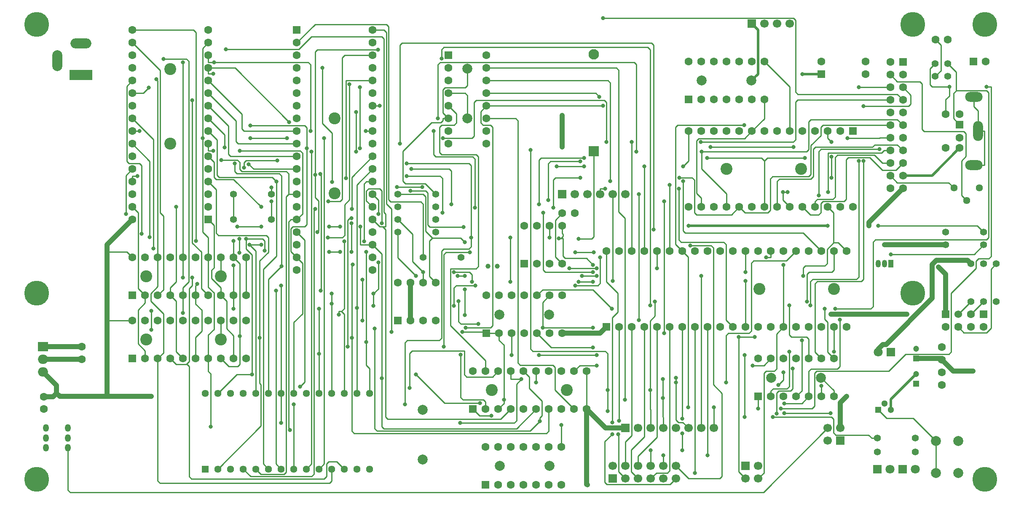
<source format=gbr>
%TF.GenerationSoftware,Novarm,DipTrace,4.3.0.5*%
%TF.CreationDate,2023-07-23T01:51:22+01:00*%
%FSLAX26Y26*%
%MOIN*%
%TF.FileFunction,Copper,L2,Bot*%
%TF.Part,Single*%
%TA.AperFunction,Conductor*%
%ADD13C,0.03937*%
%ADD14C,0.019685*%
%ADD15C,0.009843*%
%TA.AperFunction,ComponentPad*%
%ADD18C,0.055118*%
%ADD19C,0.055118*%
%ADD20R,0.062992X0.062992*%
%ADD21C,0.062992*%
%ADD22C,0.07874*%
%ADD23R,0.066929X0.066929*%
%ADD24C,0.066929*%
%ADD25C,0.094488*%
%ADD26R,0.051181X0.051181*%
%ADD27C,0.051181*%
%ADD28C,0.066929*%
%ADD29C,0.19685*%
%ADD30C,0.062992*%
%ADD31C,0.06*%
%ADD32R,0.047244X0.047244*%
%ADD33C,0.047244*%
%ADD34R,0.056693X0.056693*%
%ADD35C,0.056693*%
%ADD36O,0.137795X0.07874*%
%ADD37O,0.07874X0.15748*%
%ADD38R,0.181102X0.07874*%
%ADD39O,0.165354X0.07874*%
%ADD40O,0.07874X0.165354*%
%ADD41R,0.07874X0.075*%
%ADD42O,0.07874X0.075*%
%ADD43R,0.070866X0.070866*%
%ADD44C,0.070866*%
%ADD45R,0.041339X0.059055*%
%ADD46O,0.041339X0.059055*%
%ADD49O,0.047244X0.06*%
%ADD50C,0.056693*%
%ADD51R,0.082677X0.082677*%
%ADD52C,0.082677*%
%TA.AperFunction,ViaPad*%
%ADD53C,0.031496*%
%TA.AperFunction,ComponentPad*%
%ADD117C,0.03937*%
G75*
G01*
%LPD*%
X7250000Y2400000D2*
D13*
X7732677D1*
X7500000Y1500000D2*
X7693110D1*
X7700984Y1492126D1*
X7793110Y1400000D1*
X7950000D1*
X1450000Y1200000D2*
X1100000D1*
X725984D1*
X700000Y1225984D1*
Y1287402D1*
X593701Y1393701D1*
X6600000Y3750000D2*
D14*
X6725000D1*
X6750000Y3751575D1*
X7843701Y3166535D2*
X7625591Y2948425D1*
X7394094D1*
X5700000Y2550000D2*
X6800000D1*
X7125000D2*
D13*
Y2579331D1*
X7394094Y2848425D1*
X600000Y1198425D2*
X672441D1*
X700000Y1225984D1*
X1100000Y1200000D2*
Y2344296D1*
Y2400000D1*
X1300000Y2600000D1*
X6725000Y3750000D2*
D14*
X6726575Y3751575D1*
X6750000D1*
X3950000Y3793701D2*
D15*
Y3662012D1*
X3932283Y3644296D1*
X3773426D1*
X3755709Y3626579D1*
Y3444291D1*
X3800000Y3400000D1*
X7650000Y3734252D2*
X7695079Y3779331D1*
Y3980708D1*
X7650787Y4025000D1*
X1300000Y2300000D2*
X1255704Y2344296D1*
X1100000D1*
X2100000Y2600000D2*
Y2800000D1*
X1300000Y1800000D2*
X1100000D1*
D13*
Y2344296D1*
X3800000Y3400000D2*
D15*
X3755709D1*
Y3384847D1*
X3737992Y3367130D1*
X3665617D1*
X3440350Y3141863D1*
Y2903347D1*
X3458067Y2885630D1*
X3614370D1*
X3700000Y2800000D1*
X593701Y1593701D2*
D13*
X900000D1*
X790551Y794291D2*
D15*
Y459331D1*
X808268Y441615D1*
X6291615D1*
X6800000Y950000D1*
X5795472Y3213662D2*
X6526575D1*
X6544291Y3231378D1*
Y3530709D1*
X6562008Y3548425D1*
X7294094D1*
X2600000Y3300000D2*
X2182814D1*
X2165097Y3317717D1*
Y3434903D1*
X1900000Y3700000D1*
X2816634Y3244296D2*
Y667126D1*
X2775492Y625984D1*
X5250000Y3213662D2*
Y2350000D1*
X3756693Y3244296D2*
X3984449D1*
X4002165Y3262012D1*
Y3526579D1*
X4019882Y3544296D1*
X5032677D1*
X5050394Y3526579D1*
Y3213662D1*
X2575492Y1225984D2*
Y1786830D1*
X2644295Y1855634D1*
Y2255705D1*
X2600000Y2300000D1*
X3098244Y3649410D2*
Y3165945D1*
X2679728D2*
Y3326576D1*
X2662012Y3344292D1*
X2231693D1*
X2600000Y2300000D2*
X2552067Y2347933D1*
Y2526576D1*
X2569783Y2544292D1*
X2662012D1*
X2679728Y2562008D1*
Y3165945D1*
X2375492Y1225984D2*
Y2127256D1*
X2479732Y2231497D1*
X1300000Y3300000D2*
X1355118D1*
X2479732Y2231497D2*
Y2946257D1*
X2462016Y2963973D1*
X2125984D1*
X2108268Y2981689D1*
Y3044292D1*
X1900000Y2900000D2*
X1962008Y2837992D1*
Y2493902D1*
X1979724Y2476186D1*
X2357677D1*
X2375394Y2458469D1*
Y2342832D1*
X2305807Y2273245D1*
Y1664091D1*
Y1304276D1*
X2316634Y1293449D1*
Y967126D1*
X1975492Y625984D1*
X3034350Y1664091D2*
Y927564D1*
X3052067Y909847D1*
X4575985D1*
X4593701Y927562D1*
Y1100000D1*
X3043307Y2243308D2*
X3034350Y2234351D1*
Y1664091D1*
X3104035Y2544292D2*
Y2400000D1*
X3200000D1*
X2856693Y2544292D2*
X2943307D1*
X2128543D2*
X2318307D1*
X1248819Y2643308D2*
Y2948819D1*
X1300000Y3000000D1*
X3272838Y1345867D2*
Y962997D1*
X3290555Y945280D1*
X4338980D1*
X4493701Y1100000D1*
X3200000Y2400000D2*
X3272838Y2327162D1*
Y1345867D1*
X2346850Y2355709D2*
Y2429926D1*
X2329134Y2447642D1*
X2197441D1*
X4048823Y1146851D2*
X3770550D1*
X3542523Y1374878D1*
X2856693Y2344292D2*
X2943307D1*
X2244291Y1374878D2*
X2124385D1*
X1975492Y1225984D1*
X2197441Y2447642D2*
Y2367721D1*
X2244291Y2320871D1*
Y1374878D1*
X2038976Y3949410D2*
X2617130D1*
X2717130Y4049410D1*
X3272838D1*
X3290555Y4031693D1*
Y2657186D1*
X3301382Y2646359D1*
Y2544292D1*
X3278547D1*
X3301382Y2521457D1*
Y1037795D1*
X3319098Y1020079D1*
X4213779D1*
X4293701Y1100000D1*
X1429921Y3644292D2*
X1385630Y3600000D1*
X1300000D1*
X3278547Y2544292D2*
X3255708D1*
X3200000Y2600000D1*
X2600000Y3200000D2*
X2136815D1*
X2119098Y3217717D1*
Y3380902D1*
X1900000Y3600000D1*
X2716634Y3136812D2*
Y667126D1*
X2675492Y625984D1*
X5350000Y3020674D2*
Y2350000D1*
X3069701Y3452166D2*
Y3136812D1*
X4871149Y3020674D2*
X4656693D1*
X5656693D2*
X5700000Y3063980D1*
Y3300000D1*
X2600000Y3100000D2*
X2075670D1*
X2057953Y3117717D1*
Y3342047D1*
X1900000Y3500000D1*
X2575492Y1137993D2*
Y625984D1*
X3468894Y3044292D2*
X3962405D1*
X3980122Y3026575D1*
Y2457678D1*
X5450000Y2213784D2*
Y2350000D1*
X4755118Y2213784D2*
X4971149D1*
X3980122Y2457678D2*
Y2386615D1*
X3962405Y2368898D1*
X3762401D1*
X3744685Y2351182D1*
Y1661691D1*
X3726968Y1643974D1*
X3473824D1*
X3456106Y1626256D1*
Y1137993D1*
X2029409Y3172835D2*
Y3270591D1*
X1900000Y3400000D1*
X2600000Y3000000D2*
X2260166D1*
X2220685Y3039481D1*
X3918110Y2540355D2*
X3653547D1*
X3635831Y2558071D1*
Y2810827D1*
X3618114Y2828544D1*
X3497441D1*
X5550000Y2874804D2*
Y2350000D1*
X2434350Y2039768D2*
Y667126D1*
X2475492Y625984D1*
X2788090Y2039768D2*
X2791437Y2043115D1*
Y2955972D1*
X2785401Y2962008D1*
X2375492Y625984D2*
X2334350Y667126D1*
Y2207040D1*
X2440354Y2313044D1*
Y2900000D1*
X2404920Y2935434D1*
X1985236D1*
X1967520Y2953150D1*
Y3232480D1*
X1900000Y3300000D1*
X2000866Y3072835D2*
X2129922D1*
X2147638Y3055119D1*
Y2999409D1*
X2165354Y2981693D1*
X2516634D1*
X2534350Y2963977D1*
Y2800000D1*
X2516634Y2782284D1*
Y602560D1*
X2498917Y584843D1*
X2316634D1*
X2275492Y625984D1*
X1938976Y3144882D2*
X1900000D1*
Y3200000D1*
X2600000Y2800000D2*
X2534350D1*
X2318307Y2700000D2*
X2100590Y2917717D1*
X1962008D1*
X1944291Y2935434D1*
Y3055709D1*
X1900000Y3100000D1*
X2745177Y2683662D2*
X2734350Y2672835D1*
Y584842D1*
X2716634Y567126D1*
X2234351D1*
X2175492Y625984D1*
X2147638Y3144292D2*
X2626578D1*
X2644295Y3126575D1*
Y2644295D1*
X2600000Y2600000D1*
X2552071D1*
X2534350Y2582280D1*
Y945276D1*
X2545177Y934449D1*
X3242594Y3944296D2*
X2762894D1*
X2745177Y3926579D1*
Y2955709D1*
X2447248Y3068024D2*
X2199031D1*
X2181315Y3050308D1*
Y3010237D1*
X2600000Y2500000D2*
X2662012Y2437988D1*
Y1313382D1*
X2626583Y1277953D1*
X2745177Y2955709D2*
Y2775083D1*
X2773720Y2746540D1*
Y2511897D1*
X2762894Y2501071D1*
X3017126Y3671453D2*
Y2759059D1*
X2977756Y2719689D1*
Y2474804D1*
X2960039Y2457087D1*
X2845177D1*
X2318307Y2400000D2*
X2225984D1*
X1436811Y2460634D2*
Y3063189D1*
X1300000Y3200000D1*
X2225984Y2400000D2*
X2275492Y2350492D1*
Y1225984D1*
X6299803Y3850394D2*
X6500000Y3650197D1*
Y3300000D1*
X7200000Y2550000D2*
X7982677D1*
X8032677Y2500000D1*
X4993307Y3572839D2*
X4966146Y3600000D1*
X4100000D1*
X6528543Y3175989D2*
X5871457D1*
X6829630Y3099607D2*
Y2932091D1*
Y3213780D2*
X6800000Y3243410D1*
Y3300000D1*
X1400000Y1500000D2*
Y1562012D1*
X1344291Y1617721D1*
Y1886303D1*
X1400000Y1942011D1*
Y2000000D1*
X1344291Y2055709D1*
Y2655709D1*
X1300000Y2700000D1*
X1644291Y2699997D2*
Y2106992D1*
X1600000Y2062700D1*
Y2000000D1*
X1644291Y1955709D1*
Y1555709D1*
X1700000Y1500000D1*
X1800000D2*
Y1667315D1*
X1849409Y1716725D1*
Y1883466D1*
X1800000Y1932875D1*
Y2000000D1*
Y2078350D1*
X1812205Y2090556D1*
X2100000Y1500000D2*
Y1682185D1*
X2044291Y1737894D1*
Y1955709D1*
X2000000Y2000000D1*
Y2062013D1*
X1926579Y2135434D1*
Y2201182D1*
X1944291Y2218894D1*
Y2555709D1*
X1900000Y2600000D1*
X5194291Y1176182D2*
Y2612796D1*
X5146264Y2660823D1*
Y3782284D1*
X5128548Y3800000D1*
X4100000D1*
X4693701Y800000D2*
X4693697Y973819D1*
X4137996Y1048626D2*
X4045075D1*
X3993701Y1100000D1*
X5305118Y2800000D2*
Y1805119D1*
X6000000Y2700000D2*
Y2806299D1*
X5803547Y3002752D1*
Y3136619D1*
X2539768Y3372835D2*
X2112603Y3800000D1*
X1900000D1*
X3716342Y3399997D2*
Y3828150D1*
X3734059Y3845867D1*
X5269205D1*
X5286921Y3828151D1*
Y3136619D1*
X1500000Y1500000D2*
Y531693D1*
X1517716Y513977D1*
X2857776D1*
X2875492Y531692D1*
Y625984D1*
X1500000Y2300000D2*
Y2072149D1*
X1444291Y2016441D1*
Y1956500D1*
X1544291Y1856500D1*
Y1544291D1*
X1500000Y1500000D1*
X1489173Y3712796D2*
X1500000Y3701969D1*
Y2300000D1*
X5803547Y3136619D2*
X6631693D1*
X6649409Y3154335D1*
Y3375000D1*
X6667126Y3392717D1*
X7349803D1*
X7394094Y3348425D1*
X1900000Y3800000D2*
Y3755119D1*
X1938976D1*
X1600000Y1500000D2*
X1644291Y1455709D1*
X1726575D1*
X1731693D1*
X1749409Y1437993D1*
Y567127D1*
X1767126Y549410D1*
X2816634D1*
X2834350Y567126D1*
Y667126D1*
X2852067Y684843D1*
X2916634D1*
X2975492Y625984D1*
X5626799Y2931890D2*
X5726575D1*
X5744291Y2914174D1*
Y2655714D1*
X5762008Y2637997D1*
X6037997D1*
X6100000Y2700000D1*
X1700000Y2140752D2*
Y2300000D1*
X2708272Y3300000D2*
Y3826575D1*
X2690555Y3844292D1*
X1947244D1*
X3200000Y3300000D2*
X3144882D1*
X4008665Y2694292D2*
Y3079725D1*
X3990949Y3097441D1*
X3699607D1*
X3681890Y3115158D1*
Y3299997D1*
X4843307Y2931890D2*
X4645869D1*
X4628153Y2914174D1*
Y2694292D1*
X1772835Y2140752D2*
Y2078848D1*
X1749409Y2055422D1*
Y1478543D1*
X1726575Y1455709D1*
X6100000Y2700000D2*
X6144291Y2655709D1*
X6326574D1*
X6344291Y2673426D1*
Y2922240D1*
X6362008Y2939957D1*
X6649409D1*
X6667126Y2957674D1*
Y3188068D1*
X6744291Y3265233D1*
Y3330709D1*
X6762008Y3348425D1*
X7294094D1*
X1700000Y2300000D2*
Y3844292D1*
X1947244D2*
X1900000D1*
Y3900000D1*
Y4000000D2*
X1855709Y3955709D1*
Y3244292D1*
X6728543Y2790556D2*
Y3138976D1*
X6746260Y3156693D1*
X7208464D1*
X5422835Y2519882D2*
Y3981378D1*
X5405118Y3999095D1*
X3433469D1*
X3415752Y3981378D1*
Y3199997D1*
X2522051Y3244292D2*
X2231693D1*
X1900000Y1500000D2*
Y1399500D1*
X1918799Y1380701D1*
Y962993D1*
X1900000Y2300000D2*
Y2066441D1*
X1944291Y2022150D1*
Y1732185D1*
X1900000Y1687893D1*
Y1500000D1*
X1855709Y3244292D2*
Y2501957D1*
X1900000Y2457666D1*
Y2300000D1*
X2100000Y2432020D2*
Y2300000D1*
X3148327Y2343308D2*
Y1632284D1*
X6300000Y2700000D2*
Y3065751D1*
X6322831Y3088583D1*
X6619094D1*
X6956693Y3244882D2*
X7207479D1*
X7211023Y3248425D1*
X7294094D1*
X1801378Y2432020D2*
Y4082283D1*
X1783661Y4100000D1*
X1300000D1*
X3822945Y2722835D2*
Y2983665D1*
X3805228Y3001382D1*
X3506693D1*
X4871850Y3088583D2*
X4532852D1*
X4515138Y3070869D1*
Y2722835D1*
X6300000Y3065751D2*
X6277169Y3088583D1*
X5844291D1*
X3032579Y2572835D2*
Y2343308D1*
X3200000Y3100000D2*
X3034846Y2934846D1*
Y2683662D1*
X2149409Y1678544D2*
Y1455709D1*
X2131693Y1437993D1*
X2062007D1*
X2000000Y1500000D1*
X2100000Y2300000D2*
X2149409Y2250591D1*
Y1678544D1*
X3148327Y1632284D2*
Y1447681D1*
X3175492Y1420516D1*
Y1225984D1*
X6400000Y2700000D2*
Y2904524D1*
X6417716Y2922241D1*
X6667126D1*
X6684842Y2939957D1*
Y3156693D1*
X6702559Y3174410D1*
X7153051D1*
X7171358Y3192717D1*
X7349803D1*
X7394094Y3148425D1*
X1500000Y2000000D2*
X1544291Y2044291D1*
Y2629418D1*
X1517716Y2655993D1*
Y3782284D1*
X1300000Y4000000D1*
X3200000Y3000000D2*
X3075492Y2875492D1*
Y1901772D1*
X3751181Y2654926D2*
Y2927414D1*
X3733465Y2945130D1*
X3468897D1*
X4943307Y2184056D2*
X4567125D1*
X4549409Y2201772D1*
Y2654926D1*
X6150000Y2350000D2*
Y2184056D1*
X3075492Y1901772D2*
Y1225984D1*
X1700000Y1860241D2*
Y2000000D1*
X2975492Y2428544D2*
Y1896064D1*
X2952657Y1873229D1*
X2975492Y1850394D1*
Y1225984D1*
X3200000Y2900000D2*
X3150300D1*
X3132579Y2882280D1*
Y2428544D1*
X6801086Y2819099D2*
Y3128150D1*
X7226870D1*
X7247146Y3148425D1*
X7294094D1*
X6500000Y2700000D2*
X6444291Y2755709D1*
Y2819099D1*
X3593307Y2857087D2*
X3393925D1*
X4843307Y3060040D2*
X4605796D1*
X4588079Y3042323D1*
Y2753745D1*
X2952657Y1873229D2*
X2932579D1*
Y1849414D1*
X1700000Y2000000D2*
Y2062705D1*
X1744291Y2106997D1*
Y3855119D1*
X1726575Y3872835D1*
X1546260D1*
X6444291Y2819099D2*
X6483661D1*
X6600000Y2700000D2*
X6662007Y2637993D1*
X6726575D1*
X6744291Y2655709D1*
Y2726579D1*
X6762008Y2744296D1*
X6927854D1*
X6945570Y2762012D1*
Y3075000D1*
X6963287Y3092717D1*
X7131106D1*
X7231106Y2992717D1*
X7338386D1*
X7394094Y3048425D1*
X2875492Y2013441D2*
Y1935044D1*
X3244295Y2261024D2*
Y2052811D1*
X3204925Y2013441D1*
X4012464Y2079733D2*
X3861028D1*
X3843311Y2062016D1*
Y1916989D1*
X4999693Y2302280D2*
Y2097450D1*
X4981976Y2079733D1*
X4801008D1*
X6350000Y2350000D2*
Y2302280D1*
X6311023D1*
X1900000Y2000000D2*
X1844291Y2055709D1*
Y2344296D1*
X1772835Y2415752D1*
Y3544292D1*
X3244295Y2644292D2*
Y2755705D1*
X3200000Y2800000D1*
X2875492Y1935044D2*
Y1225984D1*
X3204925Y2013441D2*
Y1916989D1*
X6700000Y2700000D2*
Y2744295D1*
X6717716Y2762012D1*
X6840456D1*
X6858173Y2779729D1*
Y3092717D1*
X6875890Y3110434D1*
X7170571D1*
X7232579Y3048425D1*
X7294094D1*
X1372835Y2489178D2*
Y3026575D1*
X1355118Y3044292D1*
X1273425D1*
X1255709Y3062008D1*
Y3655709D1*
X1300000Y3700000D1*
X2144291Y2338977D2*
Y2447642D1*
X2100000Y1895678D2*
Y2000000D1*
X3004035Y1594347D2*
Y2596457D1*
X3019783Y2612205D1*
X3032579D1*
X3272838Y2572835D2*
Y2826576D1*
X3255122Y2844292D1*
X3168012D1*
X3150295Y2826575D1*
Y2749705D1*
X3200000Y2700000D1*
X2775492Y1895678D2*
Y1537260D1*
X4801008Y2340355D2*
X4950197D1*
X3762401Y1594347D2*
Y2322638D1*
X3780118Y2340355D1*
X3969295D1*
X2100000Y2000000D2*
Y2238583D1*
X2775492Y1537260D2*
Y1225984D1*
X4700000Y3425000D2*
D13*
Y3175000D1*
X6200000Y4150000D2*
D14*
X6249016Y4100984D1*
Y3752165D1*
X6196850Y3700000D1*
X7732677Y1850000D2*
D13*
Y2167323D1*
X7675000Y2225000D1*
X4700000Y1700000D2*
X5000000D1*
X5050000Y1750000D1*
X5200000Y950000D2*
X5043701D1*
X4893701Y1100000D1*
X3500394Y1800394D2*
Y2100394D1*
X7500000Y1378740D2*
D14*
X7300000Y1178740D1*
Y1093701D1*
X6900000Y950000D2*
D13*
Y1150000D1*
X6950000Y1200000D1*
X900000Y1495276D2*
X595276D1*
X593701Y1493701D1*
X7425000Y1850000D2*
X6825000D1*
X4893701Y1100000D2*
Y506299D1*
X4900000Y500000D1*
X6299803Y3550394D2*
D15*
Y3399803D1*
X6200000Y3300000D1*
X3950000Y3400000D2*
Y3582284D1*
X3932284Y3600000D1*
X3800000D1*
X6850000Y1200000D2*
Y1246654D1*
X6747047Y1349606D1*
X4700000Y2650000D2*
X4644291Y2594291D1*
Y2305709D1*
X4700000Y2250000D1*
X3119783Y2125000D2*
Y1800394D1*
X2000000Y1650000D2*
Y1800000D1*
Y2150000D2*
Y2250591D1*
Y2300000D1*
X4893701Y1100000D2*
Y1400000D1*
X2200000Y2000000D2*
Y2300000D1*
X6200000Y3300000D2*
X6142205Y3242205D1*
X5779724D1*
X5762008Y3224489D1*
Y2807901D1*
X5800000Y2769909D1*
Y2700000D1*
X3600394Y2100394D2*
Y2184056D1*
X6222835Y1671851D2*
X6094291D1*
X3844008Y2184056D2*
X3966905D1*
X3984622Y2166339D1*
Y2109371D1*
X4600000Y2457678D2*
Y2550000D1*
X4289964Y2109371D2*
Y2457678D1*
X4828850Y2109371D2*
X4943307D1*
X3600394Y2184056D2*
X3515161Y2269289D1*
Y2484839D1*
X3400000Y2600000D1*
X6094291Y1671851D2*
Y605709D1*
X6150000Y550000D1*
X4943307Y2242327D2*
X4891338Y2294296D1*
X4723905D1*
X4706189Y2312012D1*
Y2450796D1*
X4690441D1*
X4706189Y2466544D1*
Y2484898D1*
X4700000Y2491087D1*
Y2550000D1*
X6450000Y2242327D2*
Y1750000D1*
X3700394Y2100394D2*
X3649693Y2151094D1*
Y2431497D1*
X3672528Y2454331D1*
X3618114Y2508745D1*
Y2782283D1*
X3600397Y2800000D1*
X3400000D1*
X3672528Y2454331D2*
X3896851D1*
X3928937Y2422245D1*
X4672835Y2450796D2*
X4690441D1*
X6450000Y1750000D2*
X6394295Y1694295D1*
Y1419492D1*
X6376579Y1401776D1*
X6313980D1*
X6296264Y1384060D1*
Y596264D1*
X6250000Y550000D1*
X4093701Y1400000D2*
Y1483426D1*
X3814768Y1762359D1*
Y2212599D1*
X4019493D1*
X4037209Y2230315D1*
Y3097441D1*
X4019492Y3115158D1*
X3745866D1*
X3728149Y3132875D1*
Y3331697D1*
X3745866Y3349414D1*
X3844292D1*
X3862008Y3367130D1*
Y3437992D1*
X3800000Y3500000D1*
X5021850Y4196260D2*
X6528544D1*
X6546260Y4178544D1*
Y3610433D1*
X6563976Y3592717D1*
X7349803D1*
X7394094Y3548425D1*
X3936980Y1744296D2*
X4131693D1*
X4149409Y1762012D1*
Y3331698D1*
X4131693Y3349414D1*
X4073425D1*
X4055709Y3367130D1*
Y3455709D1*
X4100000Y3500000D1*
X3897047Y1531827D2*
Y1193111D1*
X3914764Y1175394D1*
X4075985D1*
X4093701Y1157678D1*
Y1100000D1*
X4100000Y3500000D2*
X5021850D1*
X5505118Y2743308D2*
Y1700394D1*
X5622835Y2846260D2*
Y2440551D1*
X5640551Y2422835D1*
X5976575D1*
X5994291Y2405119D1*
Y1805709D1*
X6050000Y1750000D1*
X5040370Y2846260D2*
X5000000D1*
Y2800000D1*
X4950000Y3141808D2*
Y2464267D1*
X4932284Y2446552D1*
X4829551D1*
X2988583Y2926575D2*
Y3700000D1*
X3200000D1*
X2400000Y2855119D2*
Y2800000D1*
X3600394Y2300000D2*
Y2722638D1*
X3582677Y2740355D1*
X3343704D1*
X3325988Y2758071D1*
Y4126576D1*
X3308272Y4144292D1*
X2744292D1*
X2600000Y4000000D1*
X2849890Y2744292D2*
X2942323D1*
X2960039Y2762008D1*
Y3882283D1*
X2977757Y3900000D1*
X3200000D1*
X2400000Y2744292D2*
Y2600000D1*
X7200000Y1550000D2*
D13*
Y1575984D1*
X7237008Y1612992D1*
X7262992D1*
X7627165Y1977165D1*
Y2245160D1*
X7659564Y2277559D1*
X7905118D1*
X7932677Y2250000D1*
X7294094Y2948425D2*
D15*
X7349803Y2892717D1*
X7757283D1*
X7800000Y2850000D1*
X7294094Y3748425D2*
X7349803Y3692717D1*
X7527480D1*
X7545198Y3674999D1*
Y3316340D1*
X7562915Y3298623D1*
X7875397D1*
X7893114Y3280906D1*
Y3100001D1*
X7858858Y3065745D1*
Y2791142D1*
X7900000Y2750000D1*
X5850000Y735630D2*
Y1750000D1*
X5500000Y735630D2*
Y650000D1*
X5094291Y993308D2*
Y1824410D1*
X5139567Y1869686D1*
Y2017229D1*
X5050000Y2106796D1*
Y2350000D1*
X5094291Y902363D2*
X5036023Y844095D1*
Y521454D1*
X5053740Y503737D1*
X5553737D1*
X5600000Y550000D1*
X5711023Y2394292D2*
X5876574D1*
X5894291Y2376575D1*
Y1294874D1*
X5963976Y1225189D1*
Y567716D1*
X5946260Y550000D1*
X5700000D1*
X5600000Y650000D1*
X5150000Y1007087D2*
Y1750000D1*
X5142909Y902363D2*
X5146260Y899012D1*
Y603740D1*
X5200000Y550000D1*
X5250000Y1750000D2*
Y890566D1*
X5200000Y840566D1*
Y650000D1*
X5350000Y1750000D2*
Y882003D1*
X5246260Y778264D1*
Y603740D1*
X5300000Y550000D1*
X5450000Y1750000D2*
Y878543D1*
X5300000Y728543D1*
Y650000D1*
X5550000Y1750000D2*
Y613976D1*
X5532283Y596260D1*
X5446260D1*
X5400000Y550000D1*
X5650000Y1024804D2*
Y1750000D1*
Y775000D2*
Y909630D1*
X5400000Y775000D2*
Y650000D1*
X5750000Y596260D2*
Y1750000D1*
X7733465Y3434252D2*
Y3550712D1*
X7762012Y3579260D1*
Y3650788D1*
X6428063Y1105516D2*
X6676578D1*
X6694295Y1123233D1*
Y1384059D1*
X6712012Y1401776D1*
X7280905D1*
X7415547Y1536418D1*
X7759252D1*
X7776968Y1554134D1*
Y2019095D1*
X7973031Y2215158D1*
Y2272638D1*
X7990748Y2290355D1*
X8073032D1*
X8090748Y2308071D1*
Y3650788D1*
X8056693D1*
X6250000Y1200000D2*
Y1105516D1*
X7762012Y3650788D2*
X7627362D1*
X7609646Y3668504D1*
Y3793898D1*
X7650000Y3834252D1*
X7300000Y2325000D2*
X7957677D1*
X8032677Y2400000D1*
X4300000Y1700000D2*
X4300004Y1526969D1*
X4971850D2*
X4515748D1*
X6366453Y1037607D2*
X6828543D1*
X6846260Y1019890D1*
Y913976D1*
X6863976Y896260D1*
X7123327D1*
X7147933Y871654D1*
X7193701D1*
X6143468Y1526969D2*
Y1037607D1*
X3928937Y2049414D2*
Y1844686D1*
X4037008Y1774808D2*
X3897613D1*
X3879897Y1792524D1*
Y1956359D1*
X5093307Y1893308D2*
X4942319Y2044296D1*
X4544296D1*
X4500000Y2000000D1*
X6774803Y1893308D2*
Y1811713D1*
X6799409Y1787107D1*
Y1550591D1*
X6850000Y1500000D1*
X4943307Y1746264D2*
X4544882D1*
X6594295Y1643308D2*
Y1244295D1*
X6550000Y1200000D1*
X4544882Y1746264D2*
Y1944882D1*
X4600000Y2000000D1*
X4943307Y1587993D2*
X4612007D1*
X4500000Y1700000D1*
X6449413Y1392914D2*
Y1329930D1*
X6410039Y1290556D1*
X6750000Y1200000D2*
Y1285630D1*
X6206693Y1444296D2*
X6294296D1*
X6350000Y1500000D1*
X4971850Y1444296D2*
X4837996D1*
X4793701Y1400000D1*
X7832677Y1750000D2*
X7876969Y1705709D1*
X8055709D1*
X8092323Y1742323D1*
Y2209646D1*
X8132677Y2250000D1*
X8032677Y1950000D2*
X7932677Y1850000D1*
Y1950000D2*
X7832677Y1850000D1*
X5394291Y1921851D2*
Y3945946D1*
X5376575Y3963662D1*
X3762599D1*
X3744882Y3945945D1*
Y3874410D1*
X6494291Y1921851D2*
Y1689568D1*
X6512008Y1671851D1*
X6632283D1*
X6650000Y1654134D1*
Y1500000D1*
X6850000Y1556107D2*
Y1750000D1*
X6494295Y1556107D2*
Y1279728D1*
X6476579Y1262012D1*
X6367716D1*
X6350000Y1244295D1*
Y1200000D1*
X7750000Y3834252D2*
X7817130Y3767122D1*
Y3622245D1*
X7794295Y3599410D1*
Y3400980D1*
X7843701Y3351575D1*
X7817130Y3622245D2*
X8055314D1*
X8073031Y3604528D1*
Y2458071D1*
X8055315Y2440355D1*
X7175197D1*
X7157480Y2422638D1*
Y1911024D1*
X7139764Y1893308D1*
X6857480D1*
X3493252Y1267126D2*
Y1542655D1*
X3510968Y1560371D1*
X3925590D1*
Y1373426D1*
X3943307Y1355709D1*
X4149409D1*
X4193701Y1400000D1*
X5433661Y1950394D2*
Y1838674D1*
X5394295Y1799308D1*
Y1250985D1*
X5058157Y1085827D2*
Y1250985D1*
X3200000Y3500000D2*
X3255122D1*
X6850000Y2350000D2*
Y2202815D1*
X6832283Y2185099D1*
X6652953D1*
X6635236Y2167382D1*
Y1950394D1*
X5394295Y1250985D2*
Y1101091D1*
X5400000Y1095386D1*
Y950000D1*
X5058157Y1250985D2*
Y1541733D1*
X5040441Y1559449D1*
X4467130D1*
X4449413Y1577166D1*
Y3150595D1*
X6150000Y2116146D2*
Y1750000D1*
X5100000Y2800000D2*
Y2116146D1*
X4793701Y1100000D2*
X4643114Y1250587D1*
Y1431697D1*
X4625397Y1449414D1*
X4367129D1*
X4349413Y1467130D1*
Y3382284D1*
X4331697Y3400000D1*
X4100000D1*
X7955906Y3570079D2*
Y3494292D1*
X7987402Y3462796D1*
Y3300394D1*
X8039571D1*
Y3030709D1*
X7955906D1*
X5078937Y2903347D2*
Y3682284D1*
X5061221Y3700000D1*
X4100000D1*
X5654642Y2903347D2*
Y2513183D1*
X5672358Y2495467D1*
X6604533D1*
X6750000Y2350000D1*
X6950000D2*
X6882874Y2417126D1*
X6846260D1*
Y2653740D1*
X6800000Y2700000D1*
X2803390Y3800000D2*
Y3359898D1*
X2878697Y3284591D1*
Y2898032D1*
X6846260Y2417126D2*
X6794291Y2365157D1*
Y2252536D1*
X6776575Y2234820D1*
X6623429D1*
X6605712Y2217103D1*
Y2155512D1*
X5800000Y950000D2*
Y2155512D1*
X4856693D2*
X4971149D1*
X3871850D2*
X3928937D1*
X3400394Y2500000D2*
Y2298819D1*
X3543701Y2155512D1*
X6894295Y1806693D2*
Y1437209D1*
X6876579Y1419493D1*
X6667720D1*
X6650000Y1401772D1*
Y1200000D1*
X3891338Y991536D2*
X4320280D1*
X4337996Y1009252D1*
Y1299213D1*
X4377366Y1338583D1*
X5495079D2*
Y1189174D1*
X2475492Y991536D2*
Y1225984D1*
X1465354Y2372839D2*
Y3234646D1*
X1300000Y3400000D1*
X7044291Y3064174D2*
Y2145472D1*
X7026575Y2127756D1*
X6681495D1*
X6663779Y2110040D1*
Y1921851D1*
X7044291Y3648426D2*
X7294094Y3648425D1*
X6650000Y1200000D2*
X6594882Y1144882D1*
X6455905D1*
X4377366Y1338583D2*
X4293701D1*
Y1400000D1*
X5495079Y1189174D2*
Y1039271D1*
X5500000Y1034350D1*
Y950000D1*
X2475492Y1225984D2*
Y2079134D1*
X3347642Y1710040D2*
Y2685237D1*
X3308272Y2724607D1*
Y4082283D1*
X3290555Y4100000D1*
X3200000D1*
X7655118Y593701D2*
Y849606D1*
X6138976Y3349414D2*
X5612008D1*
X5594291Y3331697D1*
Y2405709D1*
X5650000Y2350000D1*
X3908437Y1710040D2*
X4089960D1*
X4100000Y1700000D1*
X6455905Y1068308D2*
X6821181D1*
X5900000Y950000D2*
Y1116339D1*
X7655118Y849606D2*
X7475697Y1029028D1*
X7264673D1*
X7200000Y1093701D1*
X5650000Y2350000D2*
X5694291Y2305709D1*
Y1116339D1*
X4237996Y1175394D2*
Y1144295D1*
X4193701Y1100000D1*
X4200000Y1700000D2*
Y1646166D1*
X4237996Y1608170D1*
Y1175394D1*
X4100000Y1700000D2*
X4200000D1*
X3216634Y1738583D2*
Y945279D1*
X3234350Y927563D1*
X4445677D1*
X4522248Y1004134D1*
X6394295Y1066150D2*
Y1226579D1*
X6412012Y1244296D1*
X6505122D1*
X6522838Y1262012D1*
Y1421457D1*
X6750000Y1500000D2*
X6699409Y1550591D1*
Y2092323D1*
X6717126Y2110040D1*
X7065945D1*
X7083661Y2127756D1*
Y3064174D1*
Y3497835D2*
X7438389D1*
X7456106Y3515552D1*
Y3586414D1*
X7394094Y3648425D1*
X1449409Y1877957D2*
Y1727756D1*
X1338976Y2944292D2*
X1300000D1*
Y2900000D1*
X4522248Y1004134D2*
Y1032678D1*
X4537996Y1048426D1*
Y1165736D1*
X4437996Y1265736D1*
Y1355705D1*
X4393701Y1400000D1*
X5600000Y1349410D2*
Y1310040D1*
X4493701Y1400000D2*
X4493705Y1310040D1*
X6550000Y2350000D2*
X6473737Y2273737D1*
X6212008D1*
X6194291Y2256020D1*
Y1718110D1*
X6176575Y1700394D1*
X6012007D1*
X5994291Y1682678D1*
Y1310040D1*
X5600000D2*
Y1013976D1*
X5617716Y996260D1*
X5653740D1*
X5700000Y950000D1*
D53*
X6825000Y1850000D3*
X4900000Y500000D3*
X4700000Y3425000D3*
X7425000Y1850000D3*
X6950000Y1200000D3*
X7675000Y2225000D3*
X4700000Y3175000D3*
X1450000Y1200000D3*
X5700000Y2550000D3*
X6600000Y3750000D3*
X6800000Y2550000D3*
X7125000D3*
X7200000D3*
X7950000Y1400000D3*
X7250000Y2400000D3*
X7300000Y2325000D3*
X5250000Y3213662D3*
X5050394D3*
X3756693Y3244296D3*
X5795472Y3213662D3*
X2816634Y3244296D3*
X3098244Y3165945D3*
Y3649410D3*
X2231693Y3344292D3*
X2679728Y3165945D3*
X2108268Y3044292D3*
X1355118Y3300000D3*
X2479732Y2231497D3*
X2305807Y1664091D3*
X3034350D3*
X3043307Y2243308D3*
X3272838Y1345867D3*
X3104035Y2544292D3*
X2943307D3*
X2856693D3*
X2318307D3*
X2128543D3*
X1248819Y2643308D3*
X3542523Y1374878D3*
X4048823Y1146851D3*
X2943307Y2344292D3*
X2856693D3*
X2346850Y2355709D3*
X2244291Y1374878D3*
X2197441Y2447642D3*
X2038976Y3949410D3*
X1429921Y3644292D3*
X3069701Y3136812D3*
Y3452166D3*
X4656693Y3020674D3*
X4871149D3*
X5656693D3*
X5350000D3*
X2716634Y3136812D3*
X2575492Y1137993D3*
X3456106D3*
X5450000Y2213784D3*
X4971149D3*
X4755118D3*
X3980122Y2457678D3*
X3468894Y3044292D3*
X2029409Y3172835D3*
X2220685Y3039481D3*
X3497441Y2828544D3*
X3918110Y2540355D3*
X5550000Y2874804D3*
X2785401Y2962008D3*
X2788090Y2039768D3*
X2434350D3*
X2440354Y2900000D3*
X2000866Y3072835D3*
X1938976Y3144882D3*
X2318307Y2700000D3*
X2745177Y2683662D3*
X2545177Y934449D3*
X2147638Y3144292D3*
X2762894Y2501071D3*
X2181315Y3010237D3*
X2447248Y3068024D3*
X2745177Y2955709D3*
X2626583Y1277953D3*
X3242594Y3944296D3*
X2845177Y2457087D3*
X3017126Y3671453D3*
X2225984Y2400000D3*
X1436811Y2460634D3*
X2318307Y2400000D3*
X4993307Y3572839D3*
X5871457Y3175989D3*
X6528543D3*
X6829630Y2932091D3*
Y3099607D3*
Y3213780D3*
X1644291Y2699997D3*
X1812205Y2090556D3*
X5194291Y1176182D3*
X4693697Y973819D3*
X4137996Y1048626D3*
X5305118Y1805119D3*
Y2800000D3*
X1489173Y3712796D3*
X1938976Y3755119D3*
X2539768Y3372835D3*
X3716342Y3399997D3*
X5286921Y3136619D3*
X5803547D3*
X1700000Y3844292D3*
X1947244D3*
X2708272Y3300000D3*
X3144882D3*
X3681890Y3299997D3*
X4008665Y2694292D3*
X4628153D3*
X4843307Y2931890D3*
X5626799D3*
X1772835Y2140752D3*
X1700000D3*
X1918799Y962993D3*
X7208464Y3156693D3*
X6728543Y2790556D3*
X3415752Y3199997D3*
X5422835Y2519882D3*
X2231693Y3244292D3*
X2522051D3*
X1855709D3*
X3148327Y1632284D3*
X6619094Y3088583D3*
X6956693Y3244882D3*
X1801378Y2432020D3*
X2100000D3*
X3506693Y3001382D3*
X3822945Y2722835D3*
X4515138D3*
X4871850Y3088583D3*
X5844291D3*
X3148327Y2343308D3*
X3032579D3*
Y2572835D3*
X3034846Y2683662D3*
X2149409Y1678544D3*
X3075492Y1901772D3*
X3468897Y2945130D3*
X3751181Y2654926D3*
X4549409D3*
X4943307Y2184056D3*
X6150000D3*
X1546260Y3872835D3*
X3132579Y2428544D3*
X2975492D3*
X6801086Y2819099D3*
X6483661D3*
X6444291D3*
X3393925Y2857087D3*
X3593307D3*
X4588079Y2753745D3*
X4843307Y3060040D3*
X1700000Y1860241D3*
X2932579Y1849414D3*
X3204925Y1916989D3*
X3843311D3*
X4012464Y2079733D3*
X4801008D3*
X4999693Y2302280D3*
X6311023D3*
X1772835Y3544292D3*
X3244295Y2261024D3*
Y2644292D3*
X2875492Y2013441D3*
X3204925D3*
X2875492Y1935044D3*
X1372835Y2489178D3*
X2144291Y2447642D3*
Y2338977D3*
X2100000Y2238583D3*
X3032579Y2612205D3*
X3272838Y2572835D3*
X2775492Y1537260D3*
X4950197Y2340355D3*
X4801008D3*
X3969295D3*
X3762401Y1594347D3*
X2100000Y1895678D3*
X2775492D3*
X3004035Y1594347D3*
X3119783Y1800394D3*
Y2125000D3*
X3984622Y2109371D3*
X3844008Y2184056D3*
X3600394D3*
X4600000Y2457678D3*
X4289964D3*
X6222835Y1671851D3*
X4943307Y2109371D3*
X4828850D3*
X4289964D3*
X6094291Y1671851D3*
X3928937Y2422245D3*
X4672835Y2450796D3*
X4943307Y2242327D3*
X6450000D3*
X5021850Y4196260D3*
Y3500000D3*
X3897047Y1531827D3*
X3936980Y1744296D3*
X5505118Y1700394D3*
Y2743308D3*
X5622835Y2846260D3*
X5040370D3*
X4829551Y2446552D3*
X2988583Y2926575D3*
X2400000Y2855119D3*
X2849890Y2744292D3*
X2400000D3*
X5850000Y735630D3*
X5500000D3*
X5094291Y993308D3*
Y902363D3*
X5711023Y2394292D3*
X5150000Y1007087D3*
X5142909Y902363D3*
X5650000Y1024804D3*
Y909630D3*
Y775000D3*
X5400000D3*
X5750000Y596260D3*
X7762012Y3650788D3*
X8056693D3*
X6428063Y1105516D3*
X6250000D3*
X4300004Y1526969D3*
X4515748D3*
X4971850D3*
X6143468D3*
Y1037607D3*
X6366453D3*
X3928937Y1844686D3*
Y2049414D3*
X3879897Y1956359D3*
X4037008Y1774808D3*
X5093307Y1893308D3*
X6774803D3*
X4943307Y1746264D3*
X6594295Y1643308D3*
X4544882Y1746264D3*
X4943307Y1587993D3*
X6410039Y1290556D3*
X6449413Y1392914D3*
X6750000Y1285630D3*
X6206693Y1444296D3*
X4971850D3*
X3744882Y3874410D3*
X5394291Y1921851D3*
X6494291D3*
X6850000Y1556107D3*
X6494295D3*
X6857480Y1893308D3*
X3493252Y1267126D3*
X5058157Y1250985D3*
X5394295D3*
X5058157Y1085827D3*
X4449413Y3150595D3*
X3255122Y3500000D3*
X5433661Y1950394D3*
X6635236D3*
X6150000Y2116146D3*
X5100000D3*
X5078937Y2903347D3*
X5654642D3*
X2878697Y2898032D3*
X2803390Y3800000D3*
X6605712Y2155512D3*
X5800000D3*
X4971149D3*
X4856693D3*
X3928937D3*
X3871850D3*
X3543701D3*
X6455905Y1144882D3*
X2475492Y2079134D3*
X1465354Y2372839D3*
X6894295Y1806693D3*
X6663779Y1921851D3*
X7044291Y3064174D3*
Y3648426D3*
X2475492Y991536D3*
X3891338D3*
X5495079Y1338583D3*
X4377366D3*
X5495079Y1189174D3*
X4237996Y1175394D3*
X3908437Y1710040D3*
X6821181Y1068308D3*
X6455905D3*
X5900000Y1116339D3*
X3347642Y1710040D3*
X6138976Y3349414D3*
X5694291Y1116339D3*
X6522838Y1421457D3*
X6394295Y1066150D3*
X7083661Y3064174D3*
Y3497835D3*
X4522248Y1004134D3*
X3216634Y1738583D3*
X1449409Y1727756D3*
Y1877957D3*
X1338976Y2944292D3*
X4493705Y1310040D3*
X5600000Y1349410D3*
X5994291Y1310040D3*
X5600000D3*
D18*
X7932677Y2250000D3*
D19*
Y1950000D3*
D20*
X5699803Y3550394D3*
D21*
X5799803D3*
X5899803D3*
X5999803D3*
X6099803D3*
X6199803D3*
X6299803D3*
Y3850394D3*
X6199803D3*
X6099803D3*
X5999803D3*
X5899803D3*
X5799803D3*
X5699803D3*
D20*
X1900000Y2600000D3*
D21*
Y2700000D3*
Y2800000D3*
Y2900000D3*
Y3000000D3*
Y3100000D3*
Y3200000D3*
Y3300000D3*
Y3400000D3*
Y3500000D3*
Y3600000D3*
Y3700000D3*
Y3800000D3*
Y3900000D3*
Y4000000D3*
Y4100000D3*
X1300000D3*
Y4000000D3*
Y3900000D3*
Y3800000D3*
Y3700000D3*
Y3600000D3*
Y3500000D3*
Y3400000D3*
Y3300000D3*
Y3200000D3*
Y3100000D3*
Y3000000D3*
Y2900000D3*
Y2800000D3*
Y2700000D3*
Y2600000D3*
D18*
X3400000D3*
D19*
X3700000D3*
D20*
X5050000Y1750000D3*
D21*
X5150000D3*
X5250000D3*
X5350000D3*
X5450000D3*
X5550000D3*
X5650000D3*
X5750000D3*
X5850000D3*
X5950000D3*
X6050000D3*
X6150000D3*
X6250000D3*
X6350000D3*
X6450000D3*
X6550000D3*
X6650000D3*
X6750000D3*
X6850000D3*
X6950000D3*
Y2350000D3*
X6850000D3*
X6750000D3*
X6650000D3*
X6550000D3*
X6450000D3*
X6350000D3*
X6250000D3*
X6150000D3*
X6050000D3*
X5950000D3*
X5850000D3*
X5750000D3*
X5650000D3*
X5550000D3*
X5450000D3*
X5350000D3*
X5250000D3*
X5150000D3*
X5050000D3*
D22*
X7655118Y593701D3*
Y849606D3*
X7832283Y593701D3*
Y849606D3*
D23*
X6900000Y850000D3*
D24*
X6800000D3*
X6900000Y950000D3*
X6800000D3*
D25*
X2000000Y2150000D3*
X1409449D3*
D26*
X7200000Y1093701D3*
D27*
X7250000Y1143701D3*
X7300000Y1093701D3*
D22*
X3950000Y3400000D3*
Y3793701D3*
D23*
X5100000Y550000D3*
D24*
Y650000D3*
X5200000Y550000D3*
Y650000D3*
X5300000Y550000D3*
Y650000D3*
X5400000Y550000D3*
Y650000D3*
X5500000Y550000D3*
Y650000D3*
X5600000Y550000D3*
Y650000D3*
D23*
X4700000Y2800000D3*
D28*
X4800000D3*
X4900000D3*
X5000000D3*
X5100000D3*
X5200000D3*
D29*
X543701Y4143701D3*
Y2017717D3*
X7472835Y4143701D3*
Y2017717D3*
D20*
X7394094Y3848425D3*
D30*
X7294094D3*
X7394094Y3748425D3*
X7294094D3*
X7394094Y3648425D3*
X7294094D3*
X7394094Y3548425D3*
X7294094D3*
X7394094Y3448425D3*
X7294094D3*
X7394094Y3348425D3*
X7294094D3*
X7394094Y3248425D3*
X7294094D3*
X7394094Y3148425D3*
X7294094D3*
X7394094Y3048425D3*
X7294094D3*
X7394094Y2948425D3*
X7294094D3*
X7394094Y2848425D3*
X7294094D3*
D23*
X5200000Y950000D3*
D24*
X5300000D3*
X5400000D3*
X5500000D3*
X5600000D3*
X5700000D3*
X5800000D3*
X5900000D3*
D20*
X8032677Y1850000D3*
D30*
X7932677D3*
D31*
X7832677D3*
D20*
X7732677D3*
D30*
Y1750000D3*
X7832677D3*
X7932677D3*
X8032677D3*
X4700000Y2650000D3*
X4798425D3*
D20*
X2600000Y4100000D3*
D21*
Y4000000D3*
Y3900000D3*
Y3800000D3*
Y3700000D3*
Y3600000D3*
Y3500000D3*
Y3400000D3*
Y3300000D3*
Y3200000D3*
Y3100000D3*
Y3000000D3*
Y2900000D3*
Y2800000D3*
Y2700000D3*
Y2600000D3*
Y2500000D3*
Y2400000D3*
Y2300000D3*
Y2200000D3*
X3200000D3*
Y2300000D3*
Y2400000D3*
Y2500000D3*
Y2600000D3*
Y2700000D3*
Y2800000D3*
Y2900000D3*
Y3000000D3*
Y3100000D3*
Y3200000D3*
Y3300000D3*
Y3400000D3*
Y3500000D3*
Y3600000D3*
Y3700000D3*
Y3800000D3*
Y3900000D3*
Y4000000D3*
Y4100000D3*
D18*
X2100000Y2800000D3*
D19*
X2400000D3*
D32*
X7500000Y1500000D3*
D33*
Y1578740D3*
D18*
X8032677Y2400000D3*
D19*
X7732677D3*
D20*
X1300000Y1500000D3*
D21*
X1400000D3*
X1500000D3*
X1600000D3*
X1700000D3*
X1800000D3*
X1900000D3*
X2000000D3*
X2100000D3*
X2200000D3*
Y1800000D3*
X2100000D3*
X2000000D3*
X1900000D3*
X1800000D3*
X1700000D3*
X1600000D3*
X1500000D3*
X1400000D3*
X1300000D3*
D18*
X8032677Y1950000D3*
D19*
Y2250000D3*
D25*
X1600000Y3200000D3*
Y3790551D3*
X4143701Y1250000D3*
X4734252D3*
D20*
X4100000Y1700000D3*
D21*
X4200000D3*
X4300000D3*
X4400000D3*
X4500000D3*
X4600000D3*
X4700000D3*
Y2000000D3*
X4600000D3*
X4500000D3*
X4400000D3*
X4300000D3*
X4200000D3*
X4100000D3*
D18*
X7193701Y871654D3*
D19*
X7493701D3*
D18*
X7650000Y3834252D3*
D19*
Y3734252D3*
D30*
X7100000Y3751575D3*
Y3850000D3*
D34*
X1875492Y625984D3*
D35*
X1975492D3*
X2075492D3*
X2175492D3*
X2275492D3*
X2375492D3*
X2475492D3*
X2575492D3*
X2675492D3*
X2775492D3*
X2875492D3*
X2975492D3*
X3075492D3*
X3175492D3*
Y1225984D3*
X3075492D3*
X2975492D3*
X2875492D3*
X2775492D3*
X2675492D3*
X2575492D3*
X2475492D3*
X2375492D3*
X2275492D3*
X2175492D3*
X2075492D3*
X1975492D3*
X1875492D3*
D20*
X4093701Y500000D3*
D21*
X4193701D3*
X4293701D3*
X4393701D3*
X4493701D3*
X4593701D3*
X4693701D3*
Y800000D3*
X4593701D3*
X4493701D3*
X4393701D3*
X4293701D3*
X4193701D3*
X4093701D3*
D20*
X6250000Y1200000D3*
D21*
X6350000D3*
X6450000D3*
X6550000D3*
X6650000D3*
X6750000D3*
X6850000D3*
Y1500000D3*
X6750000D3*
X6650000D3*
X6550000D3*
X6450000D3*
X6350000D3*
X6250000D3*
D20*
X7843701Y3351575D3*
D30*
Y3249213D3*
Y3434252D3*
Y3166535D3*
X7733465Y3434252D3*
Y3166535D3*
D36*
X7955906Y3030709D3*
D37*
X7987402Y3300394D3*
D36*
X7955906Y3570079D3*
D30*
X600000Y1100000D3*
Y1198425D3*
D20*
X6750000Y3751575D3*
D30*
Y3850000D3*
D18*
X7750000Y3834252D3*
D19*
Y3734252D3*
D18*
X3400000Y2800000D3*
D19*
X3700000D3*
D29*
X543701Y543701D3*
D25*
X6000000Y3000000D3*
X6590551D3*
D23*
X6200000Y4150000D3*
D24*
X6300000D3*
X6400000D3*
X6500000D3*
D32*
X7500000Y1300000D3*
D33*
Y1378740D3*
D22*
X4203346Y1849606D3*
X4597047D3*
X6196850Y3700000D3*
X5803150D3*
X6747047Y1349606D3*
X6353346D3*
D38*
X893701Y3745669D3*
D39*
Y3993701D3*
D40*
X704724Y3859843D3*
D41*
X593701Y1593701D3*
D42*
Y1493701D3*
Y1393701D3*
D20*
X7951575Y3850000D3*
D30*
X8050000D3*
X7700984Y1292126D3*
Y1390551D3*
D43*
X7300000Y1550000D3*
D44*
X7200000D3*
D45*
X7300000Y2250000D3*
D46*
X7250000D3*
X7200000D3*
D18*
X7493701Y760236D3*
D19*
X7193701D3*
D20*
X1300000Y2000000D3*
D21*
X1400000D3*
X1500000D3*
X1600000D3*
X1700000D3*
X1800000D3*
X1900000D3*
X2000000D3*
X2100000D3*
X2200000D3*
Y2300000D3*
X2100000D3*
X2000000D3*
X1900000D3*
X1800000D3*
X1700000D3*
X1600000D3*
X1500000D3*
X1400000D3*
X1300000D3*
D30*
X7749213Y4025000D3*
X7650787D3*
D18*
X3900394Y2300000D3*
D19*
X3600394D3*
D18*
X3700394Y2500000D3*
D19*
X3400394D3*
D25*
X2000000Y1650000D3*
X1409449D3*
D18*
X8032677Y2500000D3*
D19*
X7732677D3*
D20*
X4400000Y2250000D3*
D21*
X4500000D3*
X4600000D3*
X4700000D3*
Y2550000D3*
X4600000D3*
X4500000D3*
X4400000D3*
D30*
X900000Y1593701D3*
Y1495276D3*
D49*
X617323Y951772D3*
Y873031D3*
Y794291D3*
X790551Y951772D3*
Y873031D3*
Y794291D3*
D20*
X3993701Y1100000D3*
D21*
X4093701D3*
X4193701D3*
X4293701D3*
X4393701D3*
X4493701D3*
X4593701D3*
X4693701D3*
X4793701D3*
X4893701D3*
Y1400000D3*
X4793701D3*
X4693701D3*
X4593701D3*
X4493701D3*
X4393701D3*
X4293701D3*
X4193701D3*
X4093701D3*
X3993701D3*
D22*
X3594685Y700984D3*
Y1094685D3*
D20*
X3800000Y3900000D3*
D21*
Y3800000D3*
Y3700000D3*
Y3600000D3*
Y3500000D3*
Y3400000D3*
Y3300000D3*
Y3200000D3*
X4100000D3*
Y3300000D3*
Y3400000D3*
Y3500000D3*
Y3600000D3*
Y3700000D3*
Y3800000D3*
Y3900000D3*
D43*
X7393701Y624606D3*
D44*
X7493701D3*
D29*
X8043701Y543701D3*
D43*
X7193701Y624606D3*
D44*
X7293701D3*
D50*
X8000000Y2850000D3*
X7900000Y2750000D3*
X7800000Y2850000D3*
D18*
X8132677Y2250000D3*
D19*
Y1950000D3*
D117*
X4187008Y2232283D3*
X4112205D3*
D20*
X7000000Y3300000D3*
D21*
X6900000D3*
X6800000D3*
X6700000D3*
X6600000D3*
X6500000D3*
X6400000D3*
X6300000D3*
X6200000D3*
X6100000D3*
X6000000D3*
X5900000D3*
X5800000D3*
X5700000D3*
Y2700000D3*
X5800000D3*
X5900000D3*
X6000000D3*
X6100000D3*
X6200000D3*
X6300000D3*
X6400000D3*
X6500000D3*
X6600000D3*
X6700000D3*
X6800000D3*
X6900000D3*
X7000000D3*
D29*
X8043701Y4143701D3*
D20*
X3400394Y1800394D3*
D21*
X3500394D3*
X3600394D3*
X3700394D3*
Y2100394D3*
X3600394D3*
X3500394D3*
X3400394D3*
D23*
X6150000Y650000D3*
D24*
X6250000D3*
X6150000Y550000D3*
X6250000D3*
D25*
X6850000Y2050000D3*
X6259449D3*
D22*
X4600000Y650000D3*
X4206299D3*
D18*
X3700000Y2700000D3*
D19*
X3400000D3*
D18*
X2100000Y2600000D3*
D19*
X2400000D3*
D25*
X2900000Y3400000D3*
Y2809449D3*
D30*
X7700984Y1492126D3*
Y1590551D3*
D51*
X4950000Y3141808D3*
D52*
Y3909525D3*
M02*

</source>
